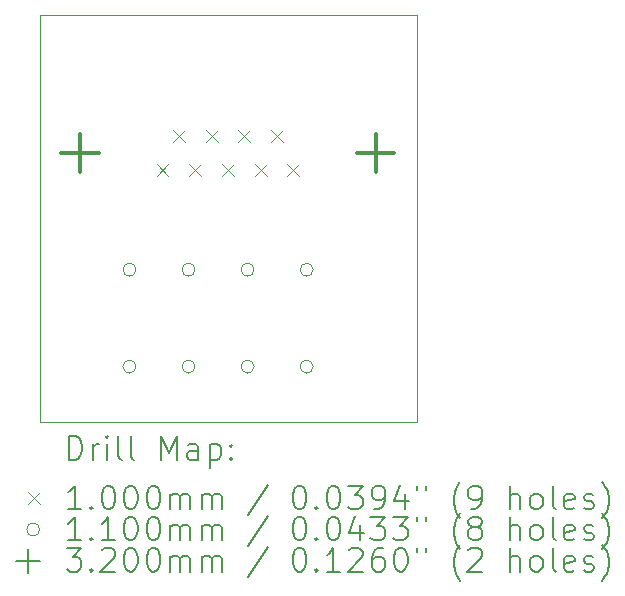
<source format=gbr>
%TF.GenerationSoftware,KiCad,Pcbnew,7.0.2*%
%TF.CreationDate,2023-11-13T10:32:40+01:00*%
%TF.ProjectId,sub-d_terminal,7375622d-645f-4746-9572-6d696e616c2e,rev?*%
%TF.SameCoordinates,Original*%
%TF.FileFunction,Drillmap*%
%TF.FilePolarity,Positive*%
%FSLAX45Y45*%
G04 Gerber Fmt 4.5, Leading zero omitted, Abs format (unit mm)*
G04 Created by KiCad (PCBNEW 7.0.2) date 2023-11-13 10:32:40*
%MOMM*%
%LPD*%
G01*
G04 APERTURE LIST*
%ADD10C,0.100000*%
%ADD11C,0.200000*%
%ADD12C,0.110000*%
%ADD13C,0.320000*%
G04 APERTURE END LIST*
D10*
X9360000Y-7220000D02*
X12550000Y-7220000D01*
X12550000Y-10670000D01*
X9360000Y-10670000D01*
X9360000Y-7220000D01*
D11*
D10*
X10345000Y-8483033D02*
X10445000Y-8583033D01*
X10445000Y-8483033D02*
X10345000Y-8583033D01*
X10483500Y-8199033D02*
X10583500Y-8299033D01*
X10583500Y-8199033D02*
X10483500Y-8299033D01*
X10622000Y-8483033D02*
X10722000Y-8583033D01*
X10722000Y-8483033D02*
X10622000Y-8583033D01*
X10760500Y-8199033D02*
X10860500Y-8299033D01*
X10860500Y-8199033D02*
X10760500Y-8299033D01*
X10899000Y-8483033D02*
X10999000Y-8583033D01*
X10999000Y-8483033D02*
X10899000Y-8583033D01*
X11037500Y-8199033D02*
X11137500Y-8299033D01*
X11137500Y-8199033D02*
X11037500Y-8299033D01*
X11176000Y-8483033D02*
X11276000Y-8583033D01*
X11276000Y-8483033D02*
X11176000Y-8583033D01*
X11314500Y-8199033D02*
X11414500Y-8299033D01*
X11414500Y-8199033D02*
X11314500Y-8299033D01*
X11453000Y-8483033D02*
X11553000Y-8583033D01*
X11553000Y-8483033D02*
X11453000Y-8583033D01*
D12*
X10170000Y-9379533D02*
G75*
G03*
X10170000Y-9379533I-55000J0D01*
G01*
X10170000Y-10199533D02*
G75*
G03*
X10170000Y-10199533I-55000J0D01*
G01*
X10670000Y-9379533D02*
G75*
G03*
X10670000Y-9379533I-55000J0D01*
G01*
X10670000Y-10199533D02*
G75*
G03*
X10670000Y-10199533I-55000J0D01*
G01*
X11170000Y-9379533D02*
G75*
G03*
X11170000Y-9379533I-55000J0D01*
G01*
X11170000Y-10199533D02*
G75*
G03*
X11170000Y-10199533I-55000J0D01*
G01*
X11670000Y-9379533D02*
G75*
G03*
X11670000Y-9379533I-55000J0D01*
G01*
X11670000Y-10199533D02*
G75*
G03*
X11670000Y-10199533I-55000J0D01*
G01*
D13*
X9699000Y-8231033D02*
X9699000Y-8551033D01*
X9539000Y-8391033D02*
X9859000Y-8391033D01*
X12199000Y-8231033D02*
X12199000Y-8551033D01*
X12039000Y-8391033D02*
X12359000Y-8391033D01*
D11*
X9602619Y-10987524D02*
X9602619Y-10787524D01*
X9602619Y-10787524D02*
X9650238Y-10787524D01*
X9650238Y-10787524D02*
X9678810Y-10797048D01*
X9678810Y-10797048D02*
X9697857Y-10816095D01*
X9697857Y-10816095D02*
X9707381Y-10835143D01*
X9707381Y-10835143D02*
X9716905Y-10873238D01*
X9716905Y-10873238D02*
X9716905Y-10901810D01*
X9716905Y-10901810D02*
X9707381Y-10939905D01*
X9707381Y-10939905D02*
X9697857Y-10958952D01*
X9697857Y-10958952D02*
X9678810Y-10978000D01*
X9678810Y-10978000D02*
X9650238Y-10987524D01*
X9650238Y-10987524D02*
X9602619Y-10987524D01*
X9802619Y-10987524D02*
X9802619Y-10854190D01*
X9802619Y-10892286D02*
X9812143Y-10873238D01*
X9812143Y-10873238D02*
X9821667Y-10863714D01*
X9821667Y-10863714D02*
X9840714Y-10854190D01*
X9840714Y-10854190D02*
X9859762Y-10854190D01*
X9926429Y-10987524D02*
X9926429Y-10854190D01*
X9926429Y-10787524D02*
X9916905Y-10797048D01*
X9916905Y-10797048D02*
X9926429Y-10806571D01*
X9926429Y-10806571D02*
X9935952Y-10797048D01*
X9935952Y-10797048D02*
X9926429Y-10787524D01*
X9926429Y-10787524D02*
X9926429Y-10806571D01*
X10050238Y-10987524D02*
X10031190Y-10978000D01*
X10031190Y-10978000D02*
X10021667Y-10958952D01*
X10021667Y-10958952D02*
X10021667Y-10787524D01*
X10155000Y-10987524D02*
X10135952Y-10978000D01*
X10135952Y-10978000D02*
X10126429Y-10958952D01*
X10126429Y-10958952D02*
X10126429Y-10787524D01*
X10383571Y-10987524D02*
X10383571Y-10787524D01*
X10383571Y-10787524D02*
X10450238Y-10930381D01*
X10450238Y-10930381D02*
X10516905Y-10787524D01*
X10516905Y-10787524D02*
X10516905Y-10987524D01*
X10697857Y-10987524D02*
X10697857Y-10882762D01*
X10697857Y-10882762D02*
X10688333Y-10863714D01*
X10688333Y-10863714D02*
X10669286Y-10854190D01*
X10669286Y-10854190D02*
X10631190Y-10854190D01*
X10631190Y-10854190D02*
X10612143Y-10863714D01*
X10697857Y-10978000D02*
X10678810Y-10987524D01*
X10678810Y-10987524D02*
X10631190Y-10987524D01*
X10631190Y-10987524D02*
X10612143Y-10978000D01*
X10612143Y-10978000D02*
X10602619Y-10958952D01*
X10602619Y-10958952D02*
X10602619Y-10939905D01*
X10602619Y-10939905D02*
X10612143Y-10920857D01*
X10612143Y-10920857D02*
X10631190Y-10911333D01*
X10631190Y-10911333D02*
X10678810Y-10911333D01*
X10678810Y-10911333D02*
X10697857Y-10901810D01*
X10793095Y-10854190D02*
X10793095Y-11054190D01*
X10793095Y-10863714D02*
X10812143Y-10854190D01*
X10812143Y-10854190D02*
X10850238Y-10854190D01*
X10850238Y-10854190D02*
X10869286Y-10863714D01*
X10869286Y-10863714D02*
X10878810Y-10873238D01*
X10878810Y-10873238D02*
X10888333Y-10892286D01*
X10888333Y-10892286D02*
X10888333Y-10949429D01*
X10888333Y-10949429D02*
X10878810Y-10968476D01*
X10878810Y-10968476D02*
X10869286Y-10978000D01*
X10869286Y-10978000D02*
X10850238Y-10987524D01*
X10850238Y-10987524D02*
X10812143Y-10987524D01*
X10812143Y-10987524D02*
X10793095Y-10978000D01*
X10974048Y-10968476D02*
X10983571Y-10978000D01*
X10983571Y-10978000D02*
X10974048Y-10987524D01*
X10974048Y-10987524D02*
X10964524Y-10978000D01*
X10964524Y-10978000D02*
X10974048Y-10968476D01*
X10974048Y-10968476D02*
X10974048Y-10987524D01*
X10974048Y-10863714D02*
X10983571Y-10873238D01*
X10983571Y-10873238D02*
X10974048Y-10882762D01*
X10974048Y-10882762D02*
X10964524Y-10873238D01*
X10964524Y-10873238D02*
X10974048Y-10863714D01*
X10974048Y-10863714D02*
X10974048Y-10882762D01*
D10*
X9255000Y-11265000D02*
X9355000Y-11365000D01*
X9355000Y-11265000D02*
X9255000Y-11365000D01*
D11*
X9707381Y-11407524D02*
X9593095Y-11407524D01*
X9650238Y-11407524D02*
X9650238Y-11207524D01*
X9650238Y-11207524D02*
X9631190Y-11236095D01*
X9631190Y-11236095D02*
X9612143Y-11255143D01*
X9612143Y-11255143D02*
X9593095Y-11264667D01*
X9793095Y-11388476D02*
X9802619Y-11398000D01*
X9802619Y-11398000D02*
X9793095Y-11407524D01*
X9793095Y-11407524D02*
X9783571Y-11398000D01*
X9783571Y-11398000D02*
X9793095Y-11388476D01*
X9793095Y-11388476D02*
X9793095Y-11407524D01*
X9926429Y-11207524D02*
X9945476Y-11207524D01*
X9945476Y-11207524D02*
X9964524Y-11217048D01*
X9964524Y-11217048D02*
X9974048Y-11226571D01*
X9974048Y-11226571D02*
X9983571Y-11245619D01*
X9983571Y-11245619D02*
X9993095Y-11283714D01*
X9993095Y-11283714D02*
X9993095Y-11331333D01*
X9993095Y-11331333D02*
X9983571Y-11369428D01*
X9983571Y-11369428D02*
X9974048Y-11388476D01*
X9974048Y-11388476D02*
X9964524Y-11398000D01*
X9964524Y-11398000D02*
X9945476Y-11407524D01*
X9945476Y-11407524D02*
X9926429Y-11407524D01*
X9926429Y-11407524D02*
X9907381Y-11398000D01*
X9907381Y-11398000D02*
X9897857Y-11388476D01*
X9897857Y-11388476D02*
X9888333Y-11369428D01*
X9888333Y-11369428D02*
X9878810Y-11331333D01*
X9878810Y-11331333D02*
X9878810Y-11283714D01*
X9878810Y-11283714D02*
X9888333Y-11245619D01*
X9888333Y-11245619D02*
X9897857Y-11226571D01*
X9897857Y-11226571D02*
X9907381Y-11217048D01*
X9907381Y-11217048D02*
X9926429Y-11207524D01*
X10116905Y-11207524D02*
X10135952Y-11207524D01*
X10135952Y-11207524D02*
X10155000Y-11217048D01*
X10155000Y-11217048D02*
X10164524Y-11226571D01*
X10164524Y-11226571D02*
X10174048Y-11245619D01*
X10174048Y-11245619D02*
X10183571Y-11283714D01*
X10183571Y-11283714D02*
X10183571Y-11331333D01*
X10183571Y-11331333D02*
X10174048Y-11369428D01*
X10174048Y-11369428D02*
X10164524Y-11388476D01*
X10164524Y-11388476D02*
X10155000Y-11398000D01*
X10155000Y-11398000D02*
X10135952Y-11407524D01*
X10135952Y-11407524D02*
X10116905Y-11407524D01*
X10116905Y-11407524D02*
X10097857Y-11398000D01*
X10097857Y-11398000D02*
X10088333Y-11388476D01*
X10088333Y-11388476D02*
X10078810Y-11369428D01*
X10078810Y-11369428D02*
X10069286Y-11331333D01*
X10069286Y-11331333D02*
X10069286Y-11283714D01*
X10069286Y-11283714D02*
X10078810Y-11245619D01*
X10078810Y-11245619D02*
X10088333Y-11226571D01*
X10088333Y-11226571D02*
X10097857Y-11217048D01*
X10097857Y-11217048D02*
X10116905Y-11207524D01*
X10307381Y-11207524D02*
X10326429Y-11207524D01*
X10326429Y-11207524D02*
X10345476Y-11217048D01*
X10345476Y-11217048D02*
X10355000Y-11226571D01*
X10355000Y-11226571D02*
X10364524Y-11245619D01*
X10364524Y-11245619D02*
X10374048Y-11283714D01*
X10374048Y-11283714D02*
X10374048Y-11331333D01*
X10374048Y-11331333D02*
X10364524Y-11369428D01*
X10364524Y-11369428D02*
X10355000Y-11388476D01*
X10355000Y-11388476D02*
X10345476Y-11398000D01*
X10345476Y-11398000D02*
X10326429Y-11407524D01*
X10326429Y-11407524D02*
X10307381Y-11407524D01*
X10307381Y-11407524D02*
X10288333Y-11398000D01*
X10288333Y-11398000D02*
X10278810Y-11388476D01*
X10278810Y-11388476D02*
X10269286Y-11369428D01*
X10269286Y-11369428D02*
X10259762Y-11331333D01*
X10259762Y-11331333D02*
X10259762Y-11283714D01*
X10259762Y-11283714D02*
X10269286Y-11245619D01*
X10269286Y-11245619D02*
X10278810Y-11226571D01*
X10278810Y-11226571D02*
X10288333Y-11217048D01*
X10288333Y-11217048D02*
X10307381Y-11207524D01*
X10459762Y-11407524D02*
X10459762Y-11274190D01*
X10459762Y-11293238D02*
X10469286Y-11283714D01*
X10469286Y-11283714D02*
X10488333Y-11274190D01*
X10488333Y-11274190D02*
X10516905Y-11274190D01*
X10516905Y-11274190D02*
X10535952Y-11283714D01*
X10535952Y-11283714D02*
X10545476Y-11302762D01*
X10545476Y-11302762D02*
X10545476Y-11407524D01*
X10545476Y-11302762D02*
X10555000Y-11283714D01*
X10555000Y-11283714D02*
X10574048Y-11274190D01*
X10574048Y-11274190D02*
X10602619Y-11274190D01*
X10602619Y-11274190D02*
X10621667Y-11283714D01*
X10621667Y-11283714D02*
X10631191Y-11302762D01*
X10631191Y-11302762D02*
X10631191Y-11407524D01*
X10726429Y-11407524D02*
X10726429Y-11274190D01*
X10726429Y-11293238D02*
X10735952Y-11283714D01*
X10735952Y-11283714D02*
X10755000Y-11274190D01*
X10755000Y-11274190D02*
X10783572Y-11274190D01*
X10783572Y-11274190D02*
X10802619Y-11283714D01*
X10802619Y-11283714D02*
X10812143Y-11302762D01*
X10812143Y-11302762D02*
X10812143Y-11407524D01*
X10812143Y-11302762D02*
X10821667Y-11283714D01*
X10821667Y-11283714D02*
X10840714Y-11274190D01*
X10840714Y-11274190D02*
X10869286Y-11274190D01*
X10869286Y-11274190D02*
X10888333Y-11283714D01*
X10888333Y-11283714D02*
X10897857Y-11302762D01*
X10897857Y-11302762D02*
X10897857Y-11407524D01*
X11288333Y-11198000D02*
X11116905Y-11455143D01*
X11545476Y-11207524D02*
X11564524Y-11207524D01*
X11564524Y-11207524D02*
X11583572Y-11217048D01*
X11583572Y-11217048D02*
X11593095Y-11226571D01*
X11593095Y-11226571D02*
X11602619Y-11245619D01*
X11602619Y-11245619D02*
X11612143Y-11283714D01*
X11612143Y-11283714D02*
X11612143Y-11331333D01*
X11612143Y-11331333D02*
X11602619Y-11369428D01*
X11602619Y-11369428D02*
X11593095Y-11388476D01*
X11593095Y-11388476D02*
X11583572Y-11398000D01*
X11583572Y-11398000D02*
X11564524Y-11407524D01*
X11564524Y-11407524D02*
X11545476Y-11407524D01*
X11545476Y-11407524D02*
X11526429Y-11398000D01*
X11526429Y-11398000D02*
X11516905Y-11388476D01*
X11516905Y-11388476D02*
X11507381Y-11369428D01*
X11507381Y-11369428D02*
X11497857Y-11331333D01*
X11497857Y-11331333D02*
X11497857Y-11283714D01*
X11497857Y-11283714D02*
X11507381Y-11245619D01*
X11507381Y-11245619D02*
X11516905Y-11226571D01*
X11516905Y-11226571D02*
X11526429Y-11217048D01*
X11526429Y-11217048D02*
X11545476Y-11207524D01*
X11697857Y-11388476D02*
X11707381Y-11398000D01*
X11707381Y-11398000D02*
X11697857Y-11407524D01*
X11697857Y-11407524D02*
X11688333Y-11398000D01*
X11688333Y-11398000D02*
X11697857Y-11388476D01*
X11697857Y-11388476D02*
X11697857Y-11407524D01*
X11831191Y-11207524D02*
X11850238Y-11207524D01*
X11850238Y-11207524D02*
X11869286Y-11217048D01*
X11869286Y-11217048D02*
X11878810Y-11226571D01*
X11878810Y-11226571D02*
X11888333Y-11245619D01*
X11888333Y-11245619D02*
X11897857Y-11283714D01*
X11897857Y-11283714D02*
X11897857Y-11331333D01*
X11897857Y-11331333D02*
X11888333Y-11369428D01*
X11888333Y-11369428D02*
X11878810Y-11388476D01*
X11878810Y-11388476D02*
X11869286Y-11398000D01*
X11869286Y-11398000D02*
X11850238Y-11407524D01*
X11850238Y-11407524D02*
X11831191Y-11407524D01*
X11831191Y-11407524D02*
X11812143Y-11398000D01*
X11812143Y-11398000D02*
X11802619Y-11388476D01*
X11802619Y-11388476D02*
X11793095Y-11369428D01*
X11793095Y-11369428D02*
X11783572Y-11331333D01*
X11783572Y-11331333D02*
X11783572Y-11283714D01*
X11783572Y-11283714D02*
X11793095Y-11245619D01*
X11793095Y-11245619D02*
X11802619Y-11226571D01*
X11802619Y-11226571D02*
X11812143Y-11217048D01*
X11812143Y-11217048D02*
X11831191Y-11207524D01*
X11964524Y-11207524D02*
X12088333Y-11207524D01*
X12088333Y-11207524D02*
X12021667Y-11283714D01*
X12021667Y-11283714D02*
X12050238Y-11283714D01*
X12050238Y-11283714D02*
X12069286Y-11293238D01*
X12069286Y-11293238D02*
X12078810Y-11302762D01*
X12078810Y-11302762D02*
X12088333Y-11321809D01*
X12088333Y-11321809D02*
X12088333Y-11369428D01*
X12088333Y-11369428D02*
X12078810Y-11388476D01*
X12078810Y-11388476D02*
X12069286Y-11398000D01*
X12069286Y-11398000D02*
X12050238Y-11407524D01*
X12050238Y-11407524D02*
X11993095Y-11407524D01*
X11993095Y-11407524D02*
X11974048Y-11398000D01*
X11974048Y-11398000D02*
X11964524Y-11388476D01*
X12183572Y-11407524D02*
X12221667Y-11407524D01*
X12221667Y-11407524D02*
X12240714Y-11398000D01*
X12240714Y-11398000D02*
X12250238Y-11388476D01*
X12250238Y-11388476D02*
X12269286Y-11359905D01*
X12269286Y-11359905D02*
X12278810Y-11321809D01*
X12278810Y-11321809D02*
X12278810Y-11245619D01*
X12278810Y-11245619D02*
X12269286Y-11226571D01*
X12269286Y-11226571D02*
X12259762Y-11217048D01*
X12259762Y-11217048D02*
X12240714Y-11207524D01*
X12240714Y-11207524D02*
X12202619Y-11207524D01*
X12202619Y-11207524D02*
X12183572Y-11217048D01*
X12183572Y-11217048D02*
X12174048Y-11226571D01*
X12174048Y-11226571D02*
X12164524Y-11245619D01*
X12164524Y-11245619D02*
X12164524Y-11293238D01*
X12164524Y-11293238D02*
X12174048Y-11312286D01*
X12174048Y-11312286D02*
X12183572Y-11321809D01*
X12183572Y-11321809D02*
X12202619Y-11331333D01*
X12202619Y-11331333D02*
X12240714Y-11331333D01*
X12240714Y-11331333D02*
X12259762Y-11321809D01*
X12259762Y-11321809D02*
X12269286Y-11312286D01*
X12269286Y-11312286D02*
X12278810Y-11293238D01*
X12450238Y-11274190D02*
X12450238Y-11407524D01*
X12402619Y-11198000D02*
X12355000Y-11340857D01*
X12355000Y-11340857D02*
X12478810Y-11340857D01*
X12545476Y-11207524D02*
X12545476Y-11245619D01*
X12621667Y-11207524D02*
X12621667Y-11245619D01*
X12916905Y-11483714D02*
X12907381Y-11474190D01*
X12907381Y-11474190D02*
X12888334Y-11445619D01*
X12888334Y-11445619D02*
X12878810Y-11426571D01*
X12878810Y-11426571D02*
X12869286Y-11398000D01*
X12869286Y-11398000D02*
X12859762Y-11350381D01*
X12859762Y-11350381D02*
X12859762Y-11312286D01*
X12859762Y-11312286D02*
X12869286Y-11264667D01*
X12869286Y-11264667D02*
X12878810Y-11236095D01*
X12878810Y-11236095D02*
X12888334Y-11217048D01*
X12888334Y-11217048D02*
X12907381Y-11188476D01*
X12907381Y-11188476D02*
X12916905Y-11178952D01*
X13002619Y-11407524D02*
X13040714Y-11407524D01*
X13040714Y-11407524D02*
X13059762Y-11398000D01*
X13059762Y-11398000D02*
X13069286Y-11388476D01*
X13069286Y-11388476D02*
X13088334Y-11359905D01*
X13088334Y-11359905D02*
X13097857Y-11321809D01*
X13097857Y-11321809D02*
X13097857Y-11245619D01*
X13097857Y-11245619D02*
X13088334Y-11226571D01*
X13088334Y-11226571D02*
X13078810Y-11217048D01*
X13078810Y-11217048D02*
X13059762Y-11207524D01*
X13059762Y-11207524D02*
X13021667Y-11207524D01*
X13021667Y-11207524D02*
X13002619Y-11217048D01*
X13002619Y-11217048D02*
X12993095Y-11226571D01*
X12993095Y-11226571D02*
X12983572Y-11245619D01*
X12983572Y-11245619D02*
X12983572Y-11293238D01*
X12983572Y-11293238D02*
X12993095Y-11312286D01*
X12993095Y-11312286D02*
X13002619Y-11321809D01*
X13002619Y-11321809D02*
X13021667Y-11331333D01*
X13021667Y-11331333D02*
X13059762Y-11331333D01*
X13059762Y-11331333D02*
X13078810Y-11321809D01*
X13078810Y-11321809D02*
X13088334Y-11312286D01*
X13088334Y-11312286D02*
X13097857Y-11293238D01*
X13335953Y-11407524D02*
X13335953Y-11207524D01*
X13421667Y-11407524D02*
X13421667Y-11302762D01*
X13421667Y-11302762D02*
X13412143Y-11283714D01*
X13412143Y-11283714D02*
X13393096Y-11274190D01*
X13393096Y-11274190D02*
X13364524Y-11274190D01*
X13364524Y-11274190D02*
X13345476Y-11283714D01*
X13345476Y-11283714D02*
X13335953Y-11293238D01*
X13545476Y-11407524D02*
X13526429Y-11398000D01*
X13526429Y-11398000D02*
X13516905Y-11388476D01*
X13516905Y-11388476D02*
X13507381Y-11369428D01*
X13507381Y-11369428D02*
X13507381Y-11312286D01*
X13507381Y-11312286D02*
X13516905Y-11293238D01*
X13516905Y-11293238D02*
X13526429Y-11283714D01*
X13526429Y-11283714D02*
X13545476Y-11274190D01*
X13545476Y-11274190D02*
X13574048Y-11274190D01*
X13574048Y-11274190D02*
X13593096Y-11283714D01*
X13593096Y-11283714D02*
X13602619Y-11293238D01*
X13602619Y-11293238D02*
X13612143Y-11312286D01*
X13612143Y-11312286D02*
X13612143Y-11369428D01*
X13612143Y-11369428D02*
X13602619Y-11388476D01*
X13602619Y-11388476D02*
X13593096Y-11398000D01*
X13593096Y-11398000D02*
X13574048Y-11407524D01*
X13574048Y-11407524D02*
X13545476Y-11407524D01*
X13726429Y-11407524D02*
X13707381Y-11398000D01*
X13707381Y-11398000D02*
X13697857Y-11378952D01*
X13697857Y-11378952D02*
X13697857Y-11207524D01*
X13878810Y-11398000D02*
X13859762Y-11407524D01*
X13859762Y-11407524D02*
X13821667Y-11407524D01*
X13821667Y-11407524D02*
X13802619Y-11398000D01*
X13802619Y-11398000D02*
X13793096Y-11378952D01*
X13793096Y-11378952D02*
X13793096Y-11302762D01*
X13793096Y-11302762D02*
X13802619Y-11283714D01*
X13802619Y-11283714D02*
X13821667Y-11274190D01*
X13821667Y-11274190D02*
X13859762Y-11274190D01*
X13859762Y-11274190D02*
X13878810Y-11283714D01*
X13878810Y-11283714D02*
X13888334Y-11302762D01*
X13888334Y-11302762D02*
X13888334Y-11321809D01*
X13888334Y-11321809D02*
X13793096Y-11340857D01*
X13964524Y-11398000D02*
X13983572Y-11407524D01*
X13983572Y-11407524D02*
X14021667Y-11407524D01*
X14021667Y-11407524D02*
X14040715Y-11398000D01*
X14040715Y-11398000D02*
X14050238Y-11378952D01*
X14050238Y-11378952D02*
X14050238Y-11369428D01*
X14050238Y-11369428D02*
X14040715Y-11350381D01*
X14040715Y-11350381D02*
X14021667Y-11340857D01*
X14021667Y-11340857D02*
X13993096Y-11340857D01*
X13993096Y-11340857D02*
X13974048Y-11331333D01*
X13974048Y-11331333D02*
X13964524Y-11312286D01*
X13964524Y-11312286D02*
X13964524Y-11302762D01*
X13964524Y-11302762D02*
X13974048Y-11283714D01*
X13974048Y-11283714D02*
X13993096Y-11274190D01*
X13993096Y-11274190D02*
X14021667Y-11274190D01*
X14021667Y-11274190D02*
X14040715Y-11283714D01*
X14116905Y-11483714D02*
X14126429Y-11474190D01*
X14126429Y-11474190D02*
X14145477Y-11445619D01*
X14145477Y-11445619D02*
X14155000Y-11426571D01*
X14155000Y-11426571D02*
X14164524Y-11398000D01*
X14164524Y-11398000D02*
X14174048Y-11350381D01*
X14174048Y-11350381D02*
X14174048Y-11312286D01*
X14174048Y-11312286D02*
X14164524Y-11264667D01*
X14164524Y-11264667D02*
X14155000Y-11236095D01*
X14155000Y-11236095D02*
X14145477Y-11217048D01*
X14145477Y-11217048D02*
X14126429Y-11188476D01*
X14126429Y-11188476D02*
X14116905Y-11178952D01*
D12*
X9355000Y-11579000D02*
G75*
G03*
X9355000Y-11579000I-55000J0D01*
G01*
D11*
X9707381Y-11671524D02*
X9593095Y-11671524D01*
X9650238Y-11671524D02*
X9650238Y-11471524D01*
X9650238Y-11471524D02*
X9631190Y-11500095D01*
X9631190Y-11500095D02*
X9612143Y-11519143D01*
X9612143Y-11519143D02*
X9593095Y-11528667D01*
X9793095Y-11652476D02*
X9802619Y-11662000D01*
X9802619Y-11662000D02*
X9793095Y-11671524D01*
X9793095Y-11671524D02*
X9783571Y-11662000D01*
X9783571Y-11662000D02*
X9793095Y-11652476D01*
X9793095Y-11652476D02*
X9793095Y-11671524D01*
X9993095Y-11671524D02*
X9878810Y-11671524D01*
X9935952Y-11671524D02*
X9935952Y-11471524D01*
X9935952Y-11471524D02*
X9916905Y-11500095D01*
X9916905Y-11500095D02*
X9897857Y-11519143D01*
X9897857Y-11519143D02*
X9878810Y-11528667D01*
X10116905Y-11471524D02*
X10135952Y-11471524D01*
X10135952Y-11471524D02*
X10155000Y-11481048D01*
X10155000Y-11481048D02*
X10164524Y-11490571D01*
X10164524Y-11490571D02*
X10174048Y-11509619D01*
X10174048Y-11509619D02*
X10183571Y-11547714D01*
X10183571Y-11547714D02*
X10183571Y-11595333D01*
X10183571Y-11595333D02*
X10174048Y-11633428D01*
X10174048Y-11633428D02*
X10164524Y-11652476D01*
X10164524Y-11652476D02*
X10155000Y-11662000D01*
X10155000Y-11662000D02*
X10135952Y-11671524D01*
X10135952Y-11671524D02*
X10116905Y-11671524D01*
X10116905Y-11671524D02*
X10097857Y-11662000D01*
X10097857Y-11662000D02*
X10088333Y-11652476D01*
X10088333Y-11652476D02*
X10078810Y-11633428D01*
X10078810Y-11633428D02*
X10069286Y-11595333D01*
X10069286Y-11595333D02*
X10069286Y-11547714D01*
X10069286Y-11547714D02*
X10078810Y-11509619D01*
X10078810Y-11509619D02*
X10088333Y-11490571D01*
X10088333Y-11490571D02*
X10097857Y-11481048D01*
X10097857Y-11481048D02*
X10116905Y-11471524D01*
X10307381Y-11471524D02*
X10326429Y-11471524D01*
X10326429Y-11471524D02*
X10345476Y-11481048D01*
X10345476Y-11481048D02*
X10355000Y-11490571D01*
X10355000Y-11490571D02*
X10364524Y-11509619D01*
X10364524Y-11509619D02*
X10374048Y-11547714D01*
X10374048Y-11547714D02*
X10374048Y-11595333D01*
X10374048Y-11595333D02*
X10364524Y-11633428D01*
X10364524Y-11633428D02*
X10355000Y-11652476D01*
X10355000Y-11652476D02*
X10345476Y-11662000D01*
X10345476Y-11662000D02*
X10326429Y-11671524D01*
X10326429Y-11671524D02*
X10307381Y-11671524D01*
X10307381Y-11671524D02*
X10288333Y-11662000D01*
X10288333Y-11662000D02*
X10278810Y-11652476D01*
X10278810Y-11652476D02*
X10269286Y-11633428D01*
X10269286Y-11633428D02*
X10259762Y-11595333D01*
X10259762Y-11595333D02*
X10259762Y-11547714D01*
X10259762Y-11547714D02*
X10269286Y-11509619D01*
X10269286Y-11509619D02*
X10278810Y-11490571D01*
X10278810Y-11490571D02*
X10288333Y-11481048D01*
X10288333Y-11481048D02*
X10307381Y-11471524D01*
X10459762Y-11671524D02*
X10459762Y-11538190D01*
X10459762Y-11557238D02*
X10469286Y-11547714D01*
X10469286Y-11547714D02*
X10488333Y-11538190D01*
X10488333Y-11538190D02*
X10516905Y-11538190D01*
X10516905Y-11538190D02*
X10535952Y-11547714D01*
X10535952Y-11547714D02*
X10545476Y-11566762D01*
X10545476Y-11566762D02*
X10545476Y-11671524D01*
X10545476Y-11566762D02*
X10555000Y-11547714D01*
X10555000Y-11547714D02*
X10574048Y-11538190D01*
X10574048Y-11538190D02*
X10602619Y-11538190D01*
X10602619Y-11538190D02*
X10621667Y-11547714D01*
X10621667Y-11547714D02*
X10631191Y-11566762D01*
X10631191Y-11566762D02*
X10631191Y-11671524D01*
X10726429Y-11671524D02*
X10726429Y-11538190D01*
X10726429Y-11557238D02*
X10735952Y-11547714D01*
X10735952Y-11547714D02*
X10755000Y-11538190D01*
X10755000Y-11538190D02*
X10783572Y-11538190D01*
X10783572Y-11538190D02*
X10802619Y-11547714D01*
X10802619Y-11547714D02*
X10812143Y-11566762D01*
X10812143Y-11566762D02*
X10812143Y-11671524D01*
X10812143Y-11566762D02*
X10821667Y-11547714D01*
X10821667Y-11547714D02*
X10840714Y-11538190D01*
X10840714Y-11538190D02*
X10869286Y-11538190D01*
X10869286Y-11538190D02*
X10888333Y-11547714D01*
X10888333Y-11547714D02*
X10897857Y-11566762D01*
X10897857Y-11566762D02*
X10897857Y-11671524D01*
X11288333Y-11462000D02*
X11116905Y-11719143D01*
X11545476Y-11471524D02*
X11564524Y-11471524D01*
X11564524Y-11471524D02*
X11583572Y-11481048D01*
X11583572Y-11481048D02*
X11593095Y-11490571D01*
X11593095Y-11490571D02*
X11602619Y-11509619D01*
X11602619Y-11509619D02*
X11612143Y-11547714D01*
X11612143Y-11547714D02*
X11612143Y-11595333D01*
X11612143Y-11595333D02*
X11602619Y-11633428D01*
X11602619Y-11633428D02*
X11593095Y-11652476D01*
X11593095Y-11652476D02*
X11583572Y-11662000D01*
X11583572Y-11662000D02*
X11564524Y-11671524D01*
X11564524Y-11671524D02*
X11545476Y-11671524D01*
X11545476Y-11671524D02*
X11526429Y-11662000D01*
X11526429Y-11662000D02*
X11516905Y-11652476D01*
X11516905Y-11652476D02*
X11507381Y-11633428D01*
X11507381Y-11633428D02*
X11497857Y-11595333D01*
X11497857Y-11595333D02*
X11497857Y-11547714D01*
X11497857Y-11547714D02*
X11507381Y-11509619D01*
X11507381Y-11509619D02*
X11516905Y-11490571D01*
X11516905Y-11490571D02*
X11526429Y-11481048D01*
X11526429Y-11481048D02*
X11545476Y-11471524D01*
X11697857Y-11652476D02*
X11707381Y-11662000D01*
X11707381Y-11662000D02*
X11697857Y-11671524D01*
X11697857Y-11671524D02*
X11688333Y-11662000D01*
X11688333Y-11662000D02*
X11697857Y-11652476D01*
X11697857Y-11652476D02*
X11697857Y-11671524D01*
X11831191Y-11471524D02*
X11850238Y-11471524D01*
X11850238Y-11471524D02*
X11869286Y-11481048D01*
X11869286Y-11481048D02*
X11878810Y-11490571D01*
X11878810Y-11490571D02*
X11888333Y-11509619D01*
X11888333Y-11509619D02*
X11897857Y-11547714D01*
X11897857Y-11547714D02*
X11897857Y-11595333D01*
X11897857Y-11595333D02*
X11888333Y-11633428D01*
X11888333Y-11633428D02*
X11878810Y-11652476D01*
X11878810Y-11652476D02*
X11869286Y-11662000D01*
X11869286Y-11662000D02*
X11850238Y-11671524D01*
X11850238Y-11671524D02*
X11831191Y-11671524D01*
X11831191Y-11671524D02*
X11812143Y-11662000D01*
X11812143Y-11662000D02*
X11802619Y-11652476D01*
X11802619Y-11652476D02*
X11793095Y-11633428D01*
X11793095Y-11633428D02*
X11783572Y-11595333D01*
X11783572Y-11595333D02*
X11783572Y-11547714D01*
X11783572Y-11547714D02*
X11793095Y-11509619D01*
X11793095Y-11509619D02*
X11802619Y-11490571D01*
X11802619Y-11490571D02*
X11812143Y-11481048D01*
X11812143Y-11481048D02*
X11831191Y-11471524D01*
X12069286Y-11538190D02*
X12069286Y-11671524D01*
X12021667Y-11462000D02*
X11974048Y-11604857D01*
X11974048Y-11604857D02*
X12097857Y-11604857D01*
X12155000Y-11471524D02*
X12278810Y-11471524D01*
X12278810Y-11471524D02*
X12212143Y-11547714D01*
X12212143Y-11547714D02*
X12240714Y-11547714D01*
X12240714Y-11547714D02*
X12259762Y-11557238D01*
X12259762Y-11557238D02*
X12269286Y-11566762D01*
X12269286Y-11566762D02*
X12278810Y-11585809D01*
X12278810Y-11585809D02*
X12278810Y-11633428D01*
X12278810Y-11633428D02*
X12269286Y-11652476D01*
X12269286Y-11652476D02*
X12259762Y-11662000D01*
X12259762Y-11662000D02*
X12240714Y-11671524D01*
X12240714Y-11671524D02*
X12183572Y-11671524D01*
X12183572Y-11671524D02*
X12164524Y-11662000D01*
X12164524Y-11662000D02*
X12155000Y-11652476D01*
X12345476Y-11471524D02*
X12469286Y-11471524D01*
X12469286Y-11471524D02*
X12402619Y-11547714D01*
X12402619Y-11547714D02*
X12431191Y-11547714D01*
X12431191Y-11547714D02*
X12450238Y-11557238D01*
X12450238Y-11557238D02*
X12459762Y-11566762D01*
X12459762Y-11566762D02*
X12469286Y-11585809D01*
X12469286Y-11585809D02*
X12469286Y-11633428D01*
X12469286Y-11633428D02*
X12459762Y-11652476D01*
X12459762Y-11652476D02*
X12450238Y-11662000D01*
X12450238Y-11662000D02*
X12431191Y-11671524D01*
X12431191Y-11671524D02*
X12374048Y-11671524D01*
X12374048Y-11671524D02*
X12355000Y-11662000D01*
X12355000Y-11662000D02*
X12345476Y-11652476D01*
X12545476Y-11471524D02*
X12545476Y-11509619D01*
X12621667Y-11471524D02*
X12621667Y-11509619D01*
X12916905Y-11747714D02*
X12907381Y-11738190D01*
X12907381Y-11738190D02*
X12888334Y-11709619D01*
X12888334Y-11709619D02*
X12878810Y-11690571D01*
X12878810Y-11690571D02*
X12869286Y-11662000D01*
X12869286Y-11662000D02*
X12859762Y-11614381D01*
X12859762Y-11614381D02*
X12859762Y-11576286D01*
X12859762Y-11576286D02*
X12869286Y-11528667D01*
X12869286Y-11528667D02*
X12878810Y-11500095D01*
X12878810Y-11500095D02*
X12888334Y-11481048D01*
X12888334Y-11481048D02*
X12907381Y-11452476D01*
X12907381Y-11452476D02*
X12916905Y-11442952D01*
X13021667Y-11557238D02*
X13002619Y-11547714D01*
X13002619Y-11547714D02*
X12993095Y-11538190D01*
X12993095Y-11538190D02*
X12983572Y-11519143D01*
X12983572Y-11519143D02*
X12983572Y-11509619D01*
X12983572Y-11509619D02*
X12993095Y-11490571D01*
X12993095Y-11490571D02*
X13002619Y-11481048D01*
X13002619Y-11481048D02*
X13021667Y-11471524D01*
X13021667Y-11471524D02*
X13059762Y-11471524D01*
X13059762Y-11471524D02*
X13078810Y-11481048D01*
X13078810Y-11481048D02*
X13088334Y-11490571D01*
X13088334Y-11490571D02*
X13097857Y-11509619D01*
X13097857Y-11509619D02*
X13097857Y-11519143D01*
X13097857Y-11519143D02*
X13088334Y-11538190D01*
X13088334Y-11538190D02*
X13078810Y-11547714D01*
X13078810Y-11547714D02*
X13059762Y-11557238D01*
X13059762Y-11557238D02*
X13021667Y-11557238D01*
X13021667Y-11557238D02*
X13002619Y-11566762D01*
X13002619Y-11566762D02*
X12993095Y-11576286D01*
X12993095Y-11576286D02*
X12983572Y-11595333D01*
X12983572Y-11595333D02*
X12983572Y-11633428D01*
X12983572Y-11633428D02*
X12993095Y-11652476D01*
X12993095Y-11652476D02*
X13002619Y-11662000D01*
X13002619Y-11662000D02*
X13021667Y-11671524D01*
X13021667Y-11671524D02*
X13059762Y-11671524D01*
X13059762Y-11671524D02*
X13078810Y-11662000D01*
X13078810Y-11662000D02*
X13088334Y-11652476D01*
X13088334Y-11652476D02*
X13097857Y-11633428D01*
X13097857Y-11633428D02*
X13097857Y-11595333D01*
X13097857Y-11595333D02*
X13088334Y-11576286D01*
X13088334Y-11576286D02*
X13078810Y-11566762D01*
X13078810Y-11566762D02*
X13059762Y-11557238D01*
X13335953Y-11671524D02*
X13335953Y-11471524D01*
X13421667Y-11671524D02*
X13421667Y-11566762D01*
X13421667Y-11566762D02*
X13412143Y-11547714D01*
X13412143Y-11547714D02*
X13393096Y-11538190D01*
X13393096Y-11538190D02*
X13364524Y-11538190D01*
X13364524Y-11538190D02*
X13345476Y-11547714D01*
X13345476Y-11547714D02*
X13335953Y-11557238D01*
X13545476Y-11671524D02*
X13526429Y-11662000D01*
X13526429Y-11662000D02*
X13516905Y-11652476D01*
X13516905Y-11652476D02*
X13507381Y-11633428D01*
X13507381Y-11633428D02*
X13507381Y-11576286D01*
X13507381Y-11576286D02*
X13516905Y-11557238D01*
X13516905Y-11557238D02*
X13526429Y-11547714D01*
X13526429Y-11547714D02*
X13545476Y-11538190D01*
X13545476Y-11538190D02*
X13574048Y-11538190D01*
X13574048Y-11538190D02*
X13593096Y-11547714D01*
X13593096Y-11547714D02*
X13602619Y-11557238D01*
X13602619Y-11557238D02*
X13612143Y-11576286D01*
X13612143Y-11576286D02*
X13612143Y-11633428D01*
X13612143Y-11633428D02*
X13602619Y-11652476D01*
X13602619Y-11652476D02*
X13593096Y-11662000D01*
X13593096Y-11662000D02*
X13574048Y-11671524D01*
X13574048Y-11671524D02*
X13545476Y-11671524D01*
X13726429Y-11671524D02*
X13707381Y-11662000D01*
X13707381Y-11662000D02*
X13697857Y-11642952D01*
X13697857Y-11642952D02*
X13697857Y-11471524D01*
X13878810Y-11662000D02*
X13859762Y-11671524D01*
X13859762Y-11671524D02*
X13821667Y-11671524D01*
X13821667Y-11671524D02*
X13802619Y-11662000D01*
X13802619Y-11662000D02*
X13793096Y-11642952D01*
X13793096Y-11642952D02*
X13793096Y-11566762D01*
X13793096Y-11566762D02*
X13802619Y-11547714D01*
X13802619Y-11547714D02*
X13821667Y-11538190D01*
X13821667Y-11538190D02*
X13859762Y-11538190D01*
X13859762Y-11538190D02*
X13878810Y-11547714D01*
X13878810Y-11547714D02*
X13888334Y-11566762D01*
X13888334Y-11566762D02*
X13888334Y-11585809D01*
X13888334Y-11585809D02*
X13793096Y-11604857D01*
X13964524Y-11662000D02*
X13983572Y-11671524D01*
X13983572Y-11671524D02*
X14021667Y-11671524D01*
X14021667Y-11671524D02*
X14040715Y-11662000D01*
X14040715Y-11662000D02*
X14050238Y-11642952D01*
X14050238Y-11642952D02*
X14050238Y-11633428D01*
X14050238Y-11633428D02*
X14040715Y-11614381D01*
X14040715Y-11614381D02*
X14021667Y-11604857D01*
X14021667Y-11604857D02*
X13993096Y-11604857D01*
X13993096Y-11604857D02*
X13974048Y-11595333D01*
X13974048Y-11595333D02*
X13964524Y-11576286D01*
X13964524Y-11576286D02*
X13964524Y-11566762D01*
X13964524Y-11566762D02*
X13974048Y-11547714D01*
X13974048Y-11547714D02*
X13993096Y-11538190D01*
X13993096Y-11538190D02*
X14021667Y-11538190D01*
X14021667Y-11538190D02*
X14040715Y-11547714D01*
X14116905Y-11747714D02*
X14126429Y-11738190D01*
X14126429Y-11738190D02*
X14145477Y-11709619D01*
X14145477Y-11709619D02*
X14155000Y-11690571D01*
X14155000Y-11690571D02*
X14164524Y-11662000D01*
X14164524Y-11662000D02*
X14174048Y-11614381D01*
X14174048Y-11614381D02*
X14174048Y-11576286D01*
X14174048Y-11576286D02*
X14164524Y-11528667D01*
X14164524Y-11528667D02*
X14155000Y-11500095D01*
X14155000Y-11500095D02*
X14145477Y-11481048D01*
X14145477Y-11481048D02*
X14126429Y-11452476D01*
X14126429Y-11452476D02*
X14116905Y-11442952D01*
X9255000Y-11743000D02*
X9255000Y-11943000D01*
X9155000Y-11843000D02*
X9355000Y-11843000D01*
X9583571Y-11735524D02*
X9707381Y-11735524D01*
X9707381Y-11735524D02*
X9640714Y-11811714D01*
X9640714Y-11811714D02*
X9669286Y-11811714D01*
X9669286Y-11811714D02*
X9688333Y-11821238D01*
X9688333Y-11821238D02*
X9697857Y-11830762D01*
X9697857Y-11830762D02*
X9707381Y-11849809D01*
X9707381Y-11849809D02*
X9707381Y-11897428D01*
X9707381Y-11897428D02*
X9697857Y-11916476D01*
X9697857Y-11916476D02*
X9688333Y-11926000D01*
X9688333Y-11926000D02*
X9669286Y-11935524D01*
X9669286Y-11935524D02*
X9612143Y-11935524D01*
X9612143Y-11935524D02*
X9593095Y-11926000D01*
X9593095Y-11926000D02*
X9583571Y-11916476D01*
X9793095Y-11916476D02*
X9802619Y-11926000D01*
X9802619Y-11926000D02*
X9793095Y-11935524D01*
X9793095Y-11935524D02*
X9783571Y-11926000D01*
X9783571Y-11926000D02*
X9793095Y-11916476D01*
X9793095Y-11916476D02*
X9793095Y-11935524D01*
X9878810Y-11754571D02*
X9888333Y-11745048D01*
X9888333Y-11745048D02*
X9907381Y-11735524D01*
X9907381Y-11735524D02*
X9955000Y-11735524D01*
X9955000Y-11735524D02*
X9974048Y-11745048D01*
X9974048Y-11745048D02*
X9983571Y-11754571D01*
X9983571Y-11754571D02*
X9993095Y-11773619D01*
X9993095Y-11773619D02*
X9993095Y-11792667D01*
X9993095Y-11792667D02*
X9983571Y-11821238D01*
X9983571Y-11821238D02*
X9869286Y-11935524D01*
X9869286Y-11935524D02*
X9993095Y-11935524D01*
X10116905Y-11735524D02*
X10135952Y-11735524D01*
X10135952Y-11735524D02*
X10155000Y-11745048D01*
X10155000Y-11745048D02*
X10164524Y-11754571D01*
X10164524Y-11754571D02*
X10174048Y-11773619D01*
X10174048Y-11773619D02*
X10183571Y-11811714D01*
X10183571Y-11811714D02*
X10183571Y-11859333D01*
X10183571Y-11859333D02*
X10174048Y-11897428D01*
X10174048Y-11897428D02*
X10164524Y-11916476D01*
X10164524Y-11916476D02*
X10155000Y-11926000D01*
X10155000Y-11926000D02*
X10135952Y-11935524D01*
X10135952Y-11935524D02*
X10116905Y-11935524D01*
X10116905Y-11935524D02*
X10097857Y-11926000D01*
X10097857Y-11926000D02*
X10088333Y-11916476D01*
X10088333Y-11916476D02*
X10078810Y-11897428D01*
X10078810Y-11897428D02*
X10069286Y-11859333D01*
X10069286Y-11859333D02*
X10069286Y-11811714D01*
X10069286Y-11811714D02*
X10078810Y-11773619D01*
X10078810Y-11773619D02*
X10088333Y-11754571D01*
X10088333Y-11754571D02*
X10097857Y-11745048D01*
X10097857Y-11745048D02*
X10116905Y-11735524D01*
X10307381Y-11735524D02*
X10326429Y-11735524D01*
X10326429Y-11735524D02*
X10345476Y-11745048D01*
X10345476Y-11745048D02*
X10355000Y-11754571D01*
X10355000Y-11754571D02*
X10364524Y-11773619D01*
X10364524Y-11773619D02*
X10374048Y-11811714D01*
X10374048Y-11811714D02*
X10374048Y-11859333D01*
X10374048Y-11859333D02*
X10364524Y-11897428D01*
X10364524Y-11897428D02*
X10355000Y-11916476D01*
X10355000Y-11916476D02*
X10345476Y-11926000D01*
X10345476Y-11926000D02*
X10326429Y-11935524D01*
X10326429Y-11935524D02*
X10307381Y-11935524D01*
X10307381Y-11935524D02*
X10288333Y-11926000D01*
X10288333Y-11926000D02*
X10278810Y-11916476D01*
X10278810Y-11916476D02*
X10269286Y-11897428D01*
X10269286Y-11897428D02*
X10259762Y-11859333D01*
X10259762Y-11859333D02*
X10259762Y-11811714D01*
X10259762Y-11811714D02*
X10269286Y-11773619D01*
X10269286Y-11773619D02*
X10278810Y-11754571D01*
X10278810Y-11754571D02*
X10288333Y-11745048D01*
X10288333Y-11745048D02*
X10307381Y-11735524D01*
X10459762Y-11935524D02*
X10459762Y-11802190D01*
X10459762Y-11821238D02*
X10469286Y-11811714D01*
X10469286Y-11811714D02*
X10488333Y-11802190D01*
X10488333Y-11802190D02*
X10516905Y-11802190D01*
X10516905Y-11802190D02*
X10535952Y-11811714D01*
X10535952Y-11811714D02*
X10545476Y-11830762D01*
X10545476Y-11830762D02*
X10545476Y-11935524D01*
X10545476Y-11830762D02*
X10555000Y-11811714D01*
X10555000Y-11811714D02*
X10574048Y-11802190D01*
X10574048Y-11802190D02*
X10602619Y-11802190D01*
X10602619Y-11802190D02*
X10621667Y-11811714D01*
X10621667Y-11811714D02*
X10631191Y-11830762D01*
X10631191Y-11830762D02*
X10631191Y-11935524D01*
X10726429Y-11935524D02*
X10726429Y-11802190D01*
X10726429Y-11821238D02*
X10735952Y-11811714D01*
X10735952Y-11811714D02*
X10755000Y-11802190D01*
X10755000Y-11802190D02*
X10783572Y-11802190D01*
X10783572Y-11802190D02*
X10802619Y-11811714D01*
X10802619Y-11811714D02*
X10812143Y-11830762D01*
X10812143Y-11830762D02*
X10812143Y-11935524D01*
X10812143Y-11830762D02*
X10821667Y-11811714D01*
X10821667Y-11811714D02*
X10840714Y-11802190D01*
X10840714Y-11802190D02*
X10869286Y-11802190D01*
X10869286Y-11802190D02*
X10888333Y-11811714D01*
X10888333Y-11811714D02*
X10897857Y-11830762D01*
X10897857Y-11830762D02*
X10897857Y-11935524D01*
X11288333Y-11726000D02*
X11116905Y-11983143D01*
X11545476Y-11735524D02*
X11564524Y-11735524D01*
X11564524Y-11735524D02*
X11583572Y-11745048D01*
X11583572Y-11745048D02*
X11593095Y-11754571D01*
X11593095Y-11754571D02*
X11602619Y-11773619D01*
X11602619Y-11773619D02*
X11612143Y-11811714D01*
X11612143Y-11811714D02*
X11612143Y-11859333D01*
X11612143Y-11859333D02*
X11602619Y-11897428D01*
X11602619Y-11897428D02*
X11593095Y-11916476D01*
X11593095Y-11916476D02*
X11583572Y-11926000D01*
X11583572Y-11926000D02*
X11564524Y-11935524D01*
X11564524Y-11935524D02*
X11545476Y-11935524D01*
X11545476Y-11935524D02*
X11526429Y-11926000D01*
X11526429Y-11926000D02*
X11516905Y-11916476D01*
X11516905Y-11916476D02*
X11507381Y-11897428D01*
X11507381Y-11897428D02*
X11497857Y-11859333D01*
X11497857Y-11859333D02*
X11497857Y-11811714D01*
X11497857Y-11811714D02*
X11507381Y-11773619D01*
X11507381Y-11773619D02*
X11516905Y-11754571D01*
X11516905Y-11754571D02*
X11526429Y-11745048D01*
X11526429Y-11745048D02*
X11545476Y-11735524D01*
X11697857Y-11916476D02*
X11707381Y-11926000D01*
X11707381Y-11926000D02*
X11697857Y-11935524D01*
X11697857Y-11935524D02*
X11688333Y-11926000D01*
X11688333Y-11926000D02*
X11697857Y-11916476D01*
X11697857Y-11916476D02*
X11697857Y-11935524D01*
X11897857Y-11935524D02*
X11783572Y-11935524D01*
X11840714Y-11935524D02*
X11840714Y-11735524D01*
X11840714Y-11735524D02*
X11821667Y-11764095D01*
X11821667Y-11764095D02*
X11802619Y-11783143D01*
X11802619Y-11783143D02*
X11783572Y-11792667D01*
X11974048Y-11754571D02*
X11983572Y-11745048D01*
X11983572Y-11745048D02*
X12002619Y-11735524D01*
X12002619Y-11735524D02*
X12050238Y-11735524D01*
X12050238Y-11735524D02*
X12069286Y-11745048D01*
X12069286Y-11745048D02*
X12078810Y-11754571D01*
X12078810Y-11754571D02*
X12088333Y-11773619D01*
X12088333Y-11773619D02*
X12088333Y-11792667D01*
X12088333Y-11792667D02*
X12078810Y-11821238D01*
X12078810Y-11821238D02*
X11964524Y-11935524D01*
X11964524Y-11935524D02*
X12088333Y-11935524D01*
X12259762Y-11735524D02*
X12221667Y-11735524D01*
X12221667Y-11735524D02*
X12202619Y-11745048D01*
X12202619Y-11745048D02*
X12193095Y-11754571D01*
X12193095Y-11754571D02*
X12174048Y-11783143D01*
X12174048Y-11783143D02*
X12164524Y-11821238D01*
X12164524Y-11821238D02*
X12164524Y-11897428D01*
X12164524Y-11897428D02*
X12174048Y-11916476D01*
X12174048Y-11916476D02*
X12183572Y-11926000D01*
X12183572Y-11926000D02*
X12202619Y-11935524D01*
X12202619Y-11935524D02*
X12240714Y-11935524D01*
X12240714Y-11935524D02*
X12259762Y-11926000D01*
X12259762Y-11926000D02*
X12269286Y-11916476D01*
X12269286Y-11916476D02*
X12278810Y-11897428D01*
X12278810Y-11897428D02*
X12278810Y-11849809D01*
X12278810Y-11849809D02*
X12269286Y-11830762D01*
X12269286Y-11830762D02*
X12259762Y-11821238D01*
X12259762Y-11821238D02*
X12240714Y-11811714D01*
X12240714Y-11811714D02*
X12202619Y-11811714D01*
X12202619Y-11811714D02*
X12183572Y-11821238D01*
X12183572Y-11821238D02*
X12174048Y-11830762D01*
X12174048Y-11830762D02*
X12164524Y-11849809D01*
X12402619Y-11735524D02*
X12421667Y-11735524D01*
X12421667Y-11735524D02*
X12440714Y-11745048D01*
X12440714Y-11745048D02*
X12450238Y-11754571D01*
X12450238Y-11754571D02*
X12459762Y-11773619D01*
X12459762Y-11773619D02*
X12469286Y-11811714D01*
X12469286Y-11811714D02*
X12469286Y-11859333D01*
X12469286Y-11859333D02*
X12459762Y-11897428D01*
X12459762Y-11897428D02*
X12450238Y-11916476D01*
X12450238Y-11916476D02*
X12440714Y-11926000D01*
X12440714Y-11926000D02*
X12421667Y-11935524D01*
X12421667Y-11935524D02*
X12402619Y-11935524D01*
X12402619Y-11935524D02*
X12383572Y-11926000D01*
X12383572Y-11926000D02*
X12374048Y-11916476D01*
X12374048Y-11916476D02*
X12364524Y-11897428D01*
X12364524Y-11897428D02*
X12355000Y-11859333D01*
X12355000Y-11859333D02*
X12355000Y-11811714D01*
X12355000Y-11811714D02*
X12364524Y-11773619D01*
X12364524Y-11773619D02*
X12374048Y-11754571D01*
X12374048Y-11754571D02*
X12383572Y-11745048D01*
X12383572Y-11745048D02*
X12402619Y-11735524D01*
X12545476Y-11735524D02*
X12545476Y-11773619D01*
X12621667Y-11735524D02*
X12621667Y-11773619D01*
X12916905Y-12011714D02*
X12907381Y-12002190D01*
X12907381Y-12002190D02*
X12888334Y-11973619D01*
X12888334Y-11973619D02*
X12878810Y-11954571D01*
X12878810Y-11954571D02*
X12869286Y-11926000D01*
X12869286Y-11926000D02*
X12859762Y-11878381D01*
X12859762Y-11878381D02*
X12859762Y-11840286D01*
X12859762Y-11840286D02*
X12869286Y-11792667D01*
X12869286Y-11792667D02*
X12878810Y-11764095D01*
X12878810Y-11764095D02*
X12888334Y-11745048D01*
X12888334Y-11745048D02*
X12907381Y-11716476D01*
X12907381Y-11716476D02*
X12916905Y-11706952D01*
X12983572Y-11754571D02*
X12993095Y-11745048D01*
X12993095Y-11745048D02*
X13012143Y-11735524D01*
X13012143Y-11735524D02*
X13059762Y-11735524D01*
X13059762Y-11735524D02*
X13078810Y-11745048D01*
X13078810Y-11745048D02*
X13088334Y-11754571D01*
X13088334Y-11754571D02*
X13097857Y-11773619D01*
X13097857Y-11773619D02*
X13097857Y-11792667D01*
X13097857Y-11792667D02*
X13088334Y-11821238D01*
X13088334Y-11821238D02*
X12974048Y-11935524D01*
X12974048Y-11935524D02*
X13097857Y-11935524D01*
X13335953Y-11935524D02*
X13335953Y-11735524D01*
X13421667Y-11935524D02*
X13421667Y-11830762D01*
X13421667Y-11830762D02*
X13412143Y-11811714D01*
X13412143Y-11811714D02*
X13393096Y-11802190D01*
X13393096Y-11802190D02*
X13364524Y-11802190D01*
X13364524Y-11802190D02*
X13345476Y-11811714D01*
X13345476Y-11811714D02*
X13335953Y-11821238D01*
X13545476Y-11935524D02*
X13526429Y-11926000D01*
X13526429Y-11926000D02*
X13516905Y-11916476D01*
X13516905Y-11916476D02*
X13507381Y-11897428D01*
X13507381Y-11897428D02*
X13507381Y-11840286D01*
X13507381Y-11840286D02*
X13516905Y-11821238D01*
X13516905Y-11821238D02*
X13526429Y-11811714D01*
X13526429Y-11811714D02*
X13545476Y-11802190D01*
X13545476Y-11802190D02*
X13574048Y-11802190D01*
X13574048Y-11802190D02*
X13593096Y-11811714D01*
X13593096Y-11811714D02*
X13602619Y-11821238D01*
X13602619Y-11821238D02*
X13612143Y-11840286D01*
X13612143Y-11840286D02*
X13612143Y-11897428D01*
X13612143Y-11897428D02*
X13602619Y-11916476D01*
X13602619Y-11916476D02*
X13593096Y-11926000D01*
X13593096Y-11926000D02*
X13574048Y-11935524D01*
X13574048Y-11935524D02*
X13545476Y-11935524D01*
X13726429Y-11935524D02*
X13707381Y-11926000D01*
X13707381Y-11926000D02*
X13697857Y-11906952D01*
X13697857Y-11906952D02*
X13697857Y-11735524D01*
X13878810Y-11926000D02*
X13859762Y-11935524D01*
X13859762Y-11935524D02*
X13821667Y-11935524D01*
X13821667Y-11935524D02*
X13802619Y-11926000D01*
X13802619Y-11926000D02*
X13793096Y-11906952D01*
X13793096Y-11906952D02*
X13793096Y-11830762D01*
X13793096Y-11830762D02*
X13802619Y-11811714D01*
X13802619Y-11811714D02*
X13821667Y-11802190D01*
X13821667Y-11802190D02*
X13859762Y-11802190D01*
X13859762Y-11802190D02*
X13878810Y-11811714D01*
X13878810Y-11811714D02*
X13888334Y-11830762D01*
X13888334Y-11830762D02*
X13888334Y-11849809D01*
X13888334Y-11849809D02*
X13793096Y-11868857D01*
X13964524Y-11926000D02*
X13983572Y-11935524D01*
X13983572Y-11935524D02*
X14021667Y-11935524D01*
X14021667Y-11935524D02*
X14040715Y-11926000D01*
X14040715Y-11926000D02*
X14050238Y-11906952D01*
X14050238Y-11906952D02*
X14050238Y-11897428D01*
X14050238Y-11897428D02*
X14040715Y-11878381D01*
X14040715Y-11878381D02*
X14021667Y-11868857D01*
X14021667Y-11868857D02*
X13993096Y-11868857D01*
X13993096Y-11868857D02*
X13974048Y-11859333D01*
X13974048Y-11859333D02*
X13964524Y-11840286D01*
X13964524Y-11840286D02*
X13964524Y-11830762D01*
X13964524Y-11830762D02*
X13974048Y-11811714D01*
X13974048Y-11811714D02*
X13993096Y-11802190D01*
X13993096Y-11802190D02*
X14021667Y-11802190D01*
X14021667Y-11802190D02*
X14040715Y-11811714D01*
X14116905Y-12011714D02*
X14126429Y-12002190D01*
X14126429Y-12002190D02*
X14145477Y-11973619D01*
X14145477Y-11973619D02*
X14155000Y-11954571D01*
X14155000Y-11954571D02*
X14164524Y-11926000D01*
X14164524Y-11926000D02*
X14174048Y-11878381D01*
X14174048Y-11878381D02*
X14174048Y-11840286D01*
X14174048Y-11840286D02*
X14164524Y-11792667D01*
X14164524Y-11792667D02*
X14155000Y-11764095D01*
X14155000Y-11764095D02*
X14145477Y-11745048D01*
X14145477Y-11745048D02*
X14126429Y-11716476D01*
X14126429Y-11716476D02*
X14116905Y-11706952D01*
M02*

</source>
